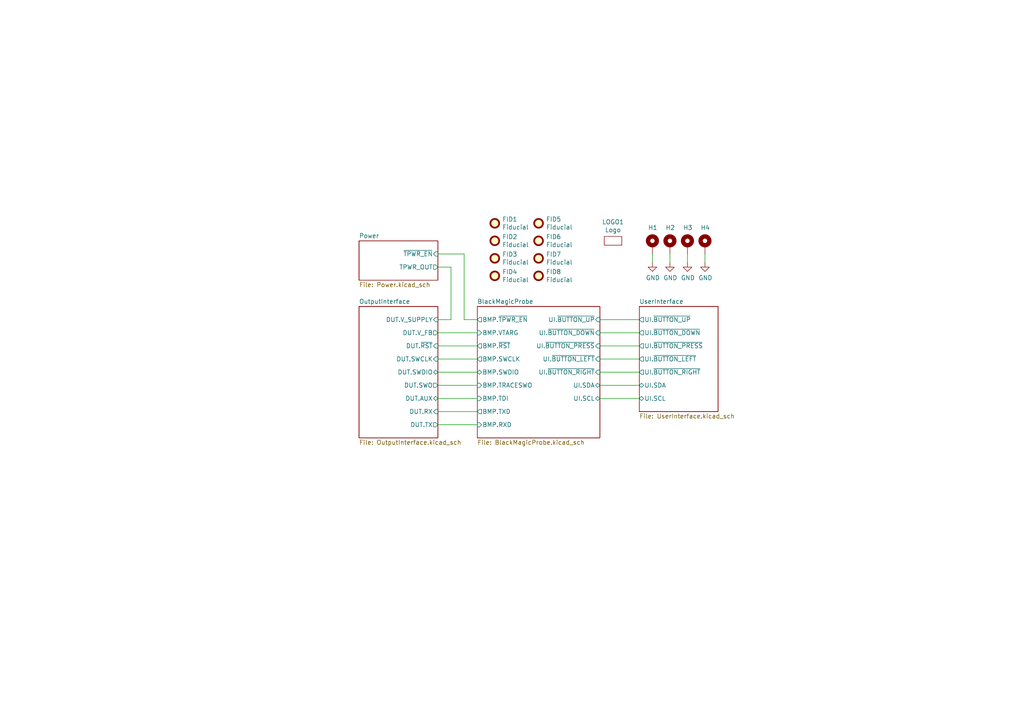
<source format=kicad_sch>
(kicad_sch (version 20211123) (generator eeschema)
  (paper "A4")
  (lib_symbols
    (symbol "Mechanical:Fiducial"
      (property "Reference" "FID" (at 0 5.08 0))
      (property "Value" "Fiducial" (at 0 3.175 0))
      (symbol "Fiducial_0_1"
        (circle (center 0 0) (radius 1.27) (stroke (width 0.508)) (fill (type background)))
      )
    )
    (symbol "Mechanical:MountingHole_Pad" (pin_numbers hide) (pin_names (offset 1.016) hide)
      (property "Reference" "H" (at 0 6.35 0))
      (property "Value" "MountingHole_Pad" (at 0 4.445 0))
      (symbol "MountingHole_Pad_0_1"
        (circle (center 0 1.27) (radius 1.27) (stroke (width 1.27)))
      )
      (symbol "MountingHole_Pad_1_1"
        (pin input line (at 0 -2.54 90) (length 2.54) (name "1") (number "1"))
      )
    )
    (symbol "power:GND" (power) (pin_names (offset 0))
      (property "Value" "GND" (at 0 -3.81 0))
      (symbol "GND_0_1"
        (polyline (pts (xy 0 0) (xy 0 -1.27) (xy 1.27 -1.27) (xy 0 -2.54) (xy -1.27 -1.27) (xy 0 -1.27)))
      )
      (symbol "GND_1_1"
        (pin power_in line (at 0 0 270) (length 0) hide (name "GND") (number "1"))
      )
    )
    (symbol "sft:Logo" (pin_names (offset 1.016))
      (property "Reference" "#LOGO?" (at 0 -2.54 0))
      (property "Value" "sft_Logo" (at 0 0 0))
      (symbol "Logo_0_1"
        (rectangle (start -2.54 1.27) (end 2.54 -1.27))
      )
    )
  )
  (wire (pts (xy 173.99 107.95) (xy 185.42 107.95)))
  (wire (pts (xy 127 115.57) (xy 138.43 115.57)))
  (wire (pts (xy 130.81 77.47) (xy 130.81 92.71)))
  (wire (pts (xy 127 77.47) (xy 130.81 77.47)))
  (wire (pts (xy 134.62 73.66) (xy 127 73.66)))
  (wire (pts (xy 127 96.52) (xy 138.43 96.52)))
  (wire (pts (xy 194.31 73.66) (xy 194.31 76.2)))
  (wire (pts (xy 127 111.76) (xy 138.43 111.76)))
  (wire (pts (xy 134.62 92.71) (xy 134.62 73.66)))
  (wire (pts (xy 127 92.71) (xy 130.81 92.71)))
  (wire (pts (xy 173.99 100.33) (xy 185.42 100.33)))
  (wire (pts (xy 189.23 76.2) (xy 189.23 73.66)))
  (wire (pts (xy 185.42 111.76) (xy 173.99 111.76)))
  (wire (pts (xy 173.99 92.71) (xy 185.42 92.71)))
  (wire (pts (xy 127 123.19) (xy 138.43 123.19)))
  (wire (pts (xy 127 100.33) (xy 138.43 100.33)))
  (wire (pts (xy 185.42 96.52) (xy 173.99 96.52)))
  (wire (pts (xy 199.39 73.66) (xy 199.39 76.2)))
  (wire (pts (xy 127 107.95) (xy 138.43 107.95)))
  (wire (pts (xy 138.43 92.71) (xy 134.62 92.71)))
  (wire (pts (xy 127 104.14) (xy 138.43 104.14)))
  (wire (pts (xy 127 119.38) (xy 138.43 119.38)))
  (wire (pts (xy 173.99 115.57) (xy 185.42 115.57)))
  (wire (pts (xy 204.47 73.66) (xy 204.47 76.2)))
  (wire (pts (xy 185.42 104.14) (xy 173.99 104.14)))
  (symbol (lib_id "sft:Logo") (at 177.8 69.85 0) (unit 1)
    (property "Reference" "LOGO1" (at 177.8 64.389 0))
    (property "Value" "Logo" (at 177.8 66.7004 0))
    (property "Footprint" "sft:LOGO_CU_070" (effects hide))
    (property "DNP" "1" (effects hide))
  )
  (symbol (lib_id "Mechanical:MountingHole_Pad") (at 204.47 71.12 0) (unit 1)
    (property "Reference" "H4" (at 203.2 66.04 0) (effects (justify left)))
    (property "Value" "MountingHole_Pad" (effects hide))
    (property "Footprint" "MountingHole:MountingHole_3.2mm_M3_Pad_Via" (effects hide))
    (property "DNP" "no part" (effects hide))
  )
  (symbol (lib_id "Mechanical:MountingHole_Pad") (at 199.39 71.12 0) (unit 1)
    (property "Reference" "H3" (at 198.12 66.04 0) (effects (justify left)))
    (property "Value" "MountingHole_Pad" (effects hide))
    (property "Footprint" "MountingHole:MountingHole_3.2mm_M3_Pad_Via" (effects hide))
    (property "DNP" "no part" (effects hide))
  )
  (symbol (lib_id "Mechanical:MountingHole_Pad") (at 194.31 71.12 0) (unit 1)
    (property "Reference" "H2" (at 193.04 66.04 0) (effects (justify left)))
    (property "Value" "MountingHole_Pad" (effects hide))
    (property "Footprint" "MountingHole:MountingHole_3.2mm_M3_Pad_Via" (effects hide))
    (property "DNP" "no part" (effects hide))
  )
  (symbol (lib_id "Mechanical:MountingHole_Pad") (at 189.23 71.12 0) (unit 1)
    (property "Reference" "H1" (at 187.96 66.04 0) (effects (justify left)))
    (property "Value" "MountingHole_Pad" (effects hide))
    (property "Footprint" "MountingHole:MountingHole_3.2mm_M3_Pad_Via" (effects hide))
    (property "DNP" "no part" (effects hide))
  )
  (symbol (lib_id "power:GND") (at 189.23 76.2 0) (unit 1)
    (property "Reference" "#PWR0210" (effects hide))
    (property "Value" "GND" (at 189.357 80.5942 0))
  )
  (symbol (lib_id "power:GND") (at 194.31 76.2 0) (unit 1)
    (property "Reference" "#PWR0220" (effects hide))
    (property "Value" "GND" (at 194.437 80.5942 0))
  )
  (symbol (lib_id "power:GND") (at 199.39 76.2 0) (unit 1)
    (property "Reference" "#PWR0221" (effects hide))
    (property "Value" "GND" (at 199.517 80.5942 0))
  )
  (symbol (lib_id "power:GND") (at 204.47 76.2 0) (unit 1)
    (property "Reference" "#PWR0222" (effects hide))
    (property "Value" "GND" (at 204.597 80.5942 0))
  )
  (symbol (lib_id "Mechanical:Fiducial") (at 143.51 64.77 0) (unit 1)
    (property "Reference" "FID1" (at 145.669 63.6016 0) (effects (justify left)))
    (property "Value" "Fiducial" (at 145.669 65.913 0) (effects (justify left)))
    (property "Footprint" "Fiducial:Fiducial_1mm_Mask2mm" (effects hide))
    (property "DNP" "no part" (effects hide))
  )
  (symbol (lib_id "Mechanical:Fiducial") (at 143.51 69.85 0) (unit 1)
    (property "Reference" "FID2" (at 145.669 68.6816 0) (effects (justify left)))
    (property "Value" "Fiducial" (at 145.669 70.993 0) (effects (justify left)))
    (property "Footprint" "Fiducial:Fiducial_1mm_Mask2mm" (effects hide))
    (property "DNP" "no part" (effects hide))
  )
  (symbol (lib_id "Mechanical:Fiducial") (at 143.51 74.93 0) (unit 1)
    (property "Reference" "FID3" (at 145.669 73.7616 0) (effects (justify left)))
    (property "Value" "Fiducial" (at 145.669 76.073 0) (effects (justify left)))
    (property "Footprint" "Fiducial:Fiducial_1mm_Mask2mm" (effects hide))
    (property "DNP" "no part" (effects hide))
  )
  (symbol (lib_id "Mechanical:Fiducial") (at 143.51 80.01 0) (unit 1)
    (property "Reference" "FID4" (at 145.669 78.8416 0) (effects (justify left)))
    (property "Value" "Fiducial" (at 145.669 81.153 0) (effects (justify left)))
    (property "Footprint" "Fiducial:Fiducial_1mm_Mask2mm" (effects hide))
    (property "DNP" "no part" (effects hide))
  )
  (symbol (lib_id "Mechanical:Fiducial") (at 156.21 64.77 0) (unit 1)
    (property "Reference" "FID5" (at 158.369 63.6016 0) (effects (justify left)))
    (property "Value" "Fiducial" (at 158.369 65.913 0) (effects (justify left)))
    (property "Footprint" "Fiducial:Fiducial_1mm_Mask2mm" (effects hide))
    (property "DNP" "no part" (effects hide))
  )
  (symbol (lib_id "Mechanical:Fiducial") (at 156.21 69.85 0) (unit 1)
    (property "Reference" "FID6" (at 158.369 68.6816 0) (effects (justify left)))
    (property "Value" "Fiducial" (at 158.369 70.993 0) (effects (justify left)))
    (property "Footprint" "Fiducial:Fiducial_1mm_Mask2mm" (effects hide))
    (property "DNP" "no part" (effects hide))
  )
  (symbol (lib_id "Mechanical:Fiducial") (at 156.21 74.93 0) (unit 1)
    (property "Reference" "FID7" (at 158.369 73.7616 0) (effects (justify left)))
    (property "Value" "Fiducial" (at 158.369 76.073 0) (effects (justify left)))
    (property "Footprint" "Fiducial:Fiducial_1mm_Mask2mm" (effects hide))
    (property "DNP" "no part" (effects hide))
  )
  (symbol (lib_id "Mechanical:Fiducial") (at 156.21 80.01 0) (unit 1)
    (property "Reference" "FID8" (at 158.369 78.8416 0) (effects (justify left)))
    (property "Value" "Fiducial" (at 158.369 81.153 0) (effects (justify left)))
    (property "Footprint" "Fiducial:Fiducial_1mm_Mask2mm" (effects hide))
    (property "DNP" "no part" (effects hide))
  )
  (sheet (at 104.14 69.85) (size 22.86 11.43)
    (property "Sheet name" "Power" (at 104.14 69.1384 0) (effects (justify left bottom)))
    (property "Sheet file" "Power.kicad_sch" (at 104.14 81.8646 0) (effects (justify left top)))
    (pin "TPWR_OUT" output (at 127 77.47 0))
    (pin "~{TPWR_EN}" input (at 127 73.66 0))
  )
  (sheet (at 138.43 88.9) (size 35.56 38.1)
    (property "Sheet name" "BlackMagicProbe" (at 138.43 88.1884 0) (effects (justify left bottom)))
    (property "Sheet file" "BlackMagicProbe.kicad_sch" (at 138.43 127.5846 0) (effects (justify left top)))
    (pin "UI.SDA" bidirectional (at 173.99 111.76 0))
    (pin "UI.SCL" bidirectional (at 173.99 115.57 0))
    (pin "BMP.RXD" input (at 138.43 123.19 180))
    (pin "BMP.TXD" output (at 138.43 119.38 180))
    (pin "BMP.TDI" input (at 138.43 115.57 180))
    (pin "BMP.TRACESWO" input (at 138.43 111.76 180))
    (pin "BMP.SWDIO" bidirectional (at 138.43 107.95 180))
    (pin "BMP.SWCLK" output (at 138.43 104.14 180))
    (pin "BMP.~{RST}" output (at 138.43 100.33 180))
    (pin "BMP.VTARG" input (at 138.43 96.52 180))
    (pin "BMP.~{TPWR_EN}" output (at 138.43 92.71 180))
    (pin "UI.~{BUTTON_UP}" input (at 173.99 92.71 0))
    (pin "UI.~{BUTTON_DOWN}" input (at 173.99 96.52 0))
    (pin "UI.~{BUTTON_PRESS}" input (at 173.99 100.33 0))
    (pin "UI.~{BUTTON_LEFT}" input (at 173.99 104.14 0))
    (pin "UI.~{BUTTON_RIGHT}" input (at 173.99 107.95 0))
  )
  (sheet (at 185.42 88.9) (size 22.86 30.48)
    (property "Sheet name" "UserInterface" (at 185.42 88.1884 0) (effects (justify left bottom)))
    (property "Sheet file" "UserInterface.kicad_sch" (at 185.42 119.9646 0) (effects (justify left top)))
    (pin "UI.SCL" bidirectional (at 185.42 115.57 180))
    (pin "UI.SDA" bidirectional (at 185.42 111.76 180))
    (pin "UI.~{BUTTON_DOWN}" output (at 185.42 96.52 180))
    (pin "UI.~{BUTTON_RIGHT}" output (at 185.42 107.95 180))
    (pin "UI.~{BUTTON_UP}" output (at 185.42 92.71 180))
    (pin "UI.~{BUTTON_LEFT}" output (at 185.42 104.14 180))
    (pin "UI.~{BUTTON_PRESS}" output (at 185.42 100.33 180))
  )
  (sheet (at 104.14 88.9) (size 22.86 38.1)
    (property "Sheet name" "OutputInterface" (at 104.14 88.1884 0) (effects (justify left bottom)))
    (property "Sheet file" "OutputInterface.kicad_sch" (at 104.14 127.5846 0) (effects (justify left top)))
    (pin "DUT.V_FB" output (at 127 96.52 0))
    (pin "DUT.~{RST}" input (at 127 100.33 0))
    (pin "DUT.SWCLK" input (at 127 104.14 0))
    (pin "DUT.SWDIO" bidirectional (at 127 107.95 0))
    (pin "DUT.SWO" output (at 127 111.76 0))
    (pin "DUT.AUX" bidirectional (at 127 115.57 0))
    (pin "DUT.RX" input (at 127 119.38 0))
    (pin "DUT.TX" output (at 127 123.19 0))
    (pin "DUT.V_SUPPLY" input (at 127 92.71 0))
  )
)
</source>
